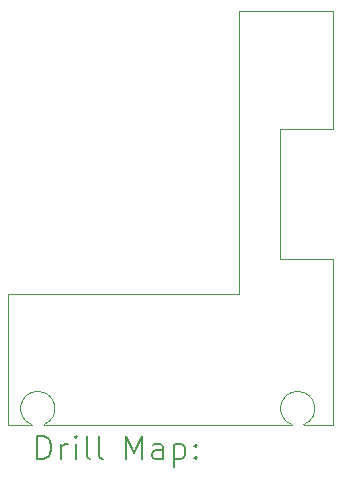
<source format=gbr>
%TF.GenerationSoftware,KiCad,Pcbnew,(6.99.0-3982-g8d40bf25d6)*%
%TF.CreationDate,2022-10-20T12:50:53+02:00*%
%TF.ProjectId,test,74657374-2e6b-4696-9361-645f70636258,rev?*%
%TF.SameCoordinates,Original*%
%TF.FileFunction,Drillmap*%
%TF.FilePolarity,Positive*%
%FSLAX45Y45*%
G04 Gerber Fmt 4.5, Leading zero omitted, Abs format (unit mm)*
G04 Created by KiCad (PCBNEW (6.99.0-3982-g8d40bf25d6)) date 2022-10-20 12:50:53*
%MOMM*%
%LPD*%
G01*
G04 APERTURE LIST*
%ADD10C,0.050000*%
%ADD11C,0.200000*%
G04 APERTURE END LIST*
D10*
X6679423Y-12293406D02*
G75*
G03*
X6575000Y-12293406I-52211J135404D01*
G01*
X6575000Y-12293406D02*
X4479423Y-12293406D01*
X4479423Y-12293406D02*
G75*
G03*
X4375000Y-12293406I-52211J135404D01*
G01*
X6926580Y-12293600D02*
X6926580Y-10894060D01*
X4178300Y-11188700D02*
X4178300Y-12293600D01*
X6474460Y-9794240D02*
X6929120Y-9794240D01*
X4178300Y-12293600D02*
X4375000Y-12293406D01*
X6129020Y-11188700D02*
X4178300Y-11188700D01*
X6474460Y-10894060D02*
X6474460Y-9794240D01*
X6929120Y-9794240D02*
X6929120Y-8793480D01*
X6926580Y-12293600D02*
X6679423Y-12293406D01*
X6129020Y-8793480D02*
X6129020Y-11188700D01*
X6929120Y-8793480D02*
X6129020Y-8793480D01*
X6926580Y-10894060D02*
X6474460Y-10894060D01*
D11*
X4423419Y-12589576D02*
X4423419Y-12389576D01*
X4423419Y-12389576D02*
X4471038Y-12389576D01*
X4471038Y-12389576D02*
X4499610Y-12399100D01*
X4499610Y-12399100D02*
X4518657Y-12418148D01*
X4518657Y-12418148D02*
X4528181Y-12437195D01*
X4528181Y-12437195D02*
X4537705Y-12475290D01*
X4537705Y-12475290D02*
X4537705Y-12503862D01*
X4537705Y-12503862D02*
X4528181Y-12541957D01*
X4528181Y-12541957D02*
X4518657Y-12561005D01*
X4518657Y-12561005D02*
X4499610Y-12580052D01*
X4499610Y-12580052D02*
X4471038Y-12589576D01*
X4471038Y-12589576D02*
X4423419Y-12589576D01*
X4623419Y-12589576D02*
X4623419Y-12456243D01*
X4623419Y-12494338D02*
X4632943Y-12475290D01*
X4632943Y-12475290D02*
X4642467Y-12465767D01*
X4642467Y-12465767D02*
X4661514Y-12456243D01*
X4661514Y-12456243D02*
X4680562Y-12456243D01*
X4747229Y-12589576D02*
X4747229Y-12456243D01*
X4747229Y-12389576D02*
X4737705Y-12399100D01*
X4737705Y-12399100D02*
X4747229Y-12408624D01*
X4747229Y-12408624D02*
X4756752Y-12399100D01*
X4756752Y-12399100D02*
X4747229Y-12389576D01*
X4747229Y-12389576D02*
X4747229Y-12408624D01*
X4871038Y-12589576D02*
X4851990Y-12580052D01*
X4851990Y-12580052D02*
X4842467Y-12561005D01*
X4842467Y-12561005D02*
X4842467Y-12389576D01*
X4975800Y-12589576D02*
X4956752Y-12580052D01*
X4956752Y-12580052D02*
X4947229Y-12561005D01*
X4947229Y-12561005D02*
X4947229Y-12389576D01*
X5171990Y-12589576D02*
X5171990Y-12389576D01*
X5171990Y-12389576D02*
X5238657Y-12532433D01*
X5238657Y-12532433D02*
X5305324Y-12389576D01*
X5305324Y-12389576D02*
X5305324Y-12589576D01*
X5486276Y-12589576D02*
X5486276Y-12484814D01*
X5486276Y-12484814D02*
X5476752Y-12465767D01*
X5476752Y-12465767D02*
X5457705Y-12456243D01*
X5457705Y-12456243D02*
X5419609Y-12456243D01*
X5419609Y-12456243D02*
X5400562Y-12465767D01*
X5486276Y-12580052D02*
X5467229Y-12589576D01*
X5467229Y-12589576D02*
X5419609Y-12589576D01*
X5419609Y-12589576D02*
X5400562Y-12580052D01*
X5400562Y-12580052D02*
X5391038Y-12561005D01*
X5391038Y-12561005D02*
X5391038Y-12541957D01*
X5391038Y-12541957D02*
X5400562Y-12522909D01*
X5400562Y-12522909D02*
X5419609Y-12513386D01*
X5419609Y-12513386D02*
X5467229Y-12513386D01*
X5467229Y-12513386D02*
X5486276Y-12503862D01*
X5581514Y-12456243D02*
X5581514Y-12656243D01*
X5581514Y-12465767D02*
X5600562Y-12456243D01*
X5600562Y-12456243D02*
X5638657Y-12456243D01*
X5638657Y-12456243D02*
X5657705Y-12465767D01*
X5657705Y-12465767D02*
X5667228Y-12475290D01*
X5667228Y-12475290D02*
X5676752Y-12494338D01*
X5676752Y-12494338D02*
X5676752Y-12551481D01*
X5676752Y-12551481D02*
X5667228Y-12570528D01*
X5667228Y-12570528D02*
X5657705Y-12580052D01*
X5657705Y-12580052D02*
X5638657Y-12589576D01*
X5638657Y-12589576D02*
X5600562Y-12589576D01*
X5600562Y-12589576D02*
X5581514Y-12580052D01*
X5762467Y-12570528D02*
X5771990Y-12580052D01*
X5771990Y-12580052D02*
X5762467Y-12589576D01*
X5762467Y-12589576D02*
X5752943Y-12580052D01*
X5752943Y-12580052D02*
X5762467Y-12570528D01*
X5762467Y-12570528D02*
X5762467Y-12589576D01*
X5762467Y-12465767D02*
X5771990Y-12475290D01*
X5771990Y-12475290D02*
X5762467Y-12484814D01*
X5762467Y-12484814D02*
X5752943Y-12475290D01*
X5752943Y-12475290D02*
X5762467Y-12465767D01*
X5762467Y-12465767D02*
X5762467Y-12484814D01*
M02*

</source>
